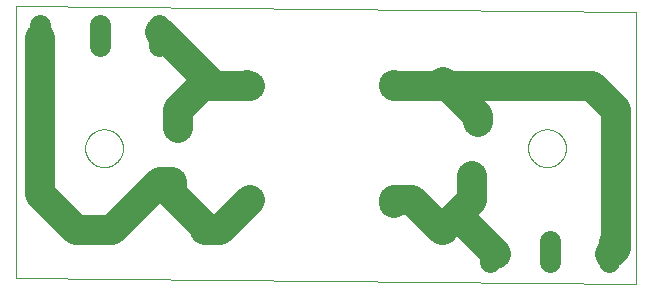
<source format=gbl>
G75*
%MOIN*%
%OFA0B0*%
%FSLAX25Y25*%
%IPPOS*%
%LPD*%
%AMOC8*
5,1,8,0,0,1.08239X$1,22.5*
%
%ADD10C,0.00000*%
%ADD11C,0.10000*%
%ADD12OC8,0.06300*%
%ADD13C,0.07050*%
%ADD14C,0.10000*%
D10*
X0002816Y0009005D02*
X0002816Y0099556D01*
X0209509Y0097556D01*
X0209509Y0007005D01*
X0002816Y0009005D01*
X0026044Y0052280D02*
X0026046Y0052438D01*
X0026052Y0052596D01*
X0026062Y0052754D01*
X0026076Y0052912D01*
X0026094Y0053069D01*
X0026115Y0053226D01*
X0026141Y0053382D01*
X0026171Y0053538D01*
X0026204Y0053693D01*
X0026242Y0053846D01*
X0026283Y0053999D01*
X0026328Y0054151D01*
X0026377Y0054302D01*
X0026430Y0054451D01*
X0026486Y0054599D01*
X0026546Y0054745D01*
X0026610Y0054890D01*
X0026678Y0055033D01*
X0026749Y0055175D01*
X0026823Y0055315D01*
X0026901Y0055452D01*
X0026983Y0055588D01*
X0027067Y0055722D01*
X0027156Y0055853D01*
X0027247Y0055982D01*
X0027342Y0056109D01*
X0027439Y0056234D01*
X0027540Y0056356D01*
X0027644Y0056475D01*
X0027751Y0056592D01*
X0027861Y0056706D01*
X0027974Y0056817D01*
X0028089Y0056926D01*
X0028207Y0057031D01*
X0028328Y0057133D01*
X0028451Y0057233D01*
X0028577Y0057329D01*
X0028705Y0057422D01*
X0028835Y0057512D01*
X0028968Y0057598D01*
X0029103Y0057682D01*
X0029239Y0057761D01*
X0029378Y0057838D01*
X0029519Y0057910D01*
X0029661Y0057980D01*
X0029805Y0058045D01*
X0029951Y0058107D01*
X0030098Y0058165D01*
X0030247Y0058220D01*
X0030397Y0058271D01*
X0030548Y0058318D01*
X0030700Y0058361D01*
X0030853Y0058400D01*
X0031008Y0058436D01*
X0031163Y0058467D01*
X0031319Y0058495D01*
X0031475Y0058519D01*
X0031632Y0058539D01*
X0031790Y0058555D01*
X0031947Y0058567D01*
X0032106Y0058575D01*
X0032264Y0058579D01*
X0032422Y0058579D01*
X0032580Y0058575D01*
X0032739Y0058567D01*
X0032896Y0058555D01*
X0033054Y0058539D01*
X0033211Y0058519D01*
X0033367Y0058495D01*
X0033523Y0058467D01*
X0033678Y0058436D01*
X0033833Y0058400D01*
X0033986Y0058361D01*
X0034138Y0058318D01*
X0034289Y0058271D01*
X0034439Y0058220D01*
X0034588Y0058165D01*
X0034735Y0058107D01*
X0034881Y0058045D01*
X0035025Y0057980D01*
X0035167Y0057910D01*
X0035308Y0057838D01*
X0035447Y0057761D01*
X0035583Y0057682D01*
X0035718Y0057598D01*
X0035851Y0057512D01*
X0035981Y0057422D01*
X0036109Y0057329D01*
X0036235Y0057233D01*
X0036358Y0057133D01*
X0036479Y0057031D01*
X0036597Y0056926D01*
X0036712Y0056817D01*
X0036825Y0056706D01*
X0036935Y0056592D01*
X0037042Y0056475D01*
X0037146Y0056356D01*
X0037247Y0056234D01*
X0037344Y0056109D01*
X0037439Y0055982D01*
X0037530Y0055853D01*
X0037619Y0055722D01*
X0037703Y0055588D01*
X0037785Y0055452D01*
X0037863Y0055315D01*
X0037937Y0055175D01*
X0038008Y0055033D01*
X0038076Y0054890D01*
X0038140Y0054745D01*
X0038200Y0054599D01*
X0038256Y0054451D01*
X0038309Y0054302D01*
X0038358Y0054151D01*
X0038403Y0053999D01*
X0038444Y0053846D01*
X0038482Y0053693D01*
X0038515Y0053538D01*
X0038545Y0053382D01*
X0038571Y0053226D01*
X0038592Y0053069D01*
X0038610Y0052912D01*
X0038624Y0052754D01*
X0038634Y0052596D01*
X0038640Y0052438D01*
X0038642Y0052280D01*
X0038640Y0052122D01*
X0038634Y0051964D01*
X0038624Y0051806D01*
X0038610Y0051648D01*
X0038592Y0051491D01*
X0038571Y0051334D01*
X0038545Y0051178D01*
X0038515Y0051022D01*
X0038482Y0050867D01*
X0038444Y0050714D01*
X0038403Y0050561D01*
X0038358Y0050409D01*
X0038309Y0050258D01*
X0038256Y0050109D01*
X0038200Y0049961D01*
X0038140Y0049815D01*
X0038076Y0049670D01*
X0038008Y0049527D01*
X0037937Y0049385D01*
X0037863Y0049245D01*
X0037785Y0049108D01*
X0037703Y0048972D01*
X0037619Y0048838D01*
X0037530Y0048707D01*
X0037439Y0048578D01*
X0037344Y0048451D01*
X0037247Y0048326D01*
X0037146Y0048204D01*
X0037042Y0048085D01*
X0036935Y0047968D01*
X0036825Y0047854D01*
X0036712Y0047743D01*
X0036597Y0047634D01*
X0036479Y0047529D01*
X0036358Y0047427D01*
X0036235Y0047327D01*
X0036109Y0047231D01*
X0035981Y0047138D01*
X0035851Y0047048D01*
X0035718Y0046962D01*
X0035583Y0046878D01*
X0035447Y0046799D01*
X0035308Y0046722D01*
X0035167Y0046650D01*
X0035025Y0046580D01*
X0034881Y0046515D01*
X0034735Y0046453D01*
X0034588Y0046395D01*
X0034439Y0046340D01*
X0034289Y0046289D01*
X0034138Y0046242D01*
X0033986Y0046199D01*
X0033833Y0046160D01*
X0033678Y0046124D01*
X0033523Y0046093D01*
X0033367Y0046065D01*
X0033211Y0046041D01*
X0033054Y0046021D01*
X0032896Y0046005D01*
X0032739Y0045993D01*
X0032580Y0045985D01*
X0032422Y0045981D01*
X0032264Y0045981D01*
X0032106Y0045985D01*
X0031947Y0045993D01*
X0031790Y0046005D01*
X0031632Y0046021D01*
X0031475Y0046041D01*
X0031319Y0046065D01*
X0031163Y0046093D01*
X0031008Y0046124D01*
X0030853Y0046160D01*
X0030700Y0046199D01*
X0030548Y0046242D01*
X0030397Y0046289D01*
X0030247Y0046340D01*
X0030098Y0046395D01*
X0029951Y0046453D01*
X0029805Y0046515D01*
X0029661Y0046580D01*
X0029519Y0046650D01*
X0029378Y0046722D01*
X0029239Y0046799D01*
X0029103Y0046878D01*
X0028968Y0046962D01*
X0028835Y0047048D01*
X0028705Y0047138D01*
X0028577Y0047231D01*
X0028451Y0047327D01*
X0028328Y0047427D01*
X0028207Y0047529D01*
X0028089Y0047634D01*
X0027974Y0047743D01*
X0027861Y0047854D01*
X0027751Y0047968D01*
X0027644Y0048085D01*
X0027540Y0048204D01*
X0027439Y0048326D01*
X0027342Y0048451D01*
X0027247Y0048578D01*
X0027156Y0048707D01*
X0027067Y0048838D01*
X0026983Y0048972D01*
X0026901Y0049108D01*
X0026823Y0049245D01*
X0026749Y0049385D01*
X0026678Y0049527D01*
X0026610Y0049670D01*
X0026546Y0049815D01*
X0026486Y0049961D01*
X0026430Y0050109D01*
X0026377Y0050258D01*
X0026328Y0050409D01*
X0026283Y0050561D01*
X0026242Y0050714D01*
X0026204Y0050867D01*
X0026171Y0051022D01*
X0026141Y0051178D01*
X0026115Y0051334D01*
X0026094Y0051491D01*
X0026076Y0051648D01*
X0026062Y0051806D01*
X0026052Y0051964D01*
X0026046Y0052122D01*
X0026044Y0052280D01*
X0173682Y0052280D02*
X0173684Y0052438D01*
X0173690Y0052596D01*
X0173700Y0052754D01*
X0173714Y0052912D01*
X0173732Y0053069D01*
X0173753Y0053226D01*
X0173779Y0053382D01*
X0173809Y0053538D01*
X0173842Y0053693D01*
X0173880Y0053846D01*
X0173921Y0053999D01*
X0173966Y0054151D01*
X0174015Y0054302D01*
X0174068Y0054451D01*
X0174124Y0054599D01*
X0174184Y0054745D01*
X0174248Y0054890D01*
X0174316Y0055033D01*
X0174387Y0055175D01*
X0174461Y0055315D01*
X0174539Y0055452D01*
X0174621Y0055588D01*
X0174705Y0055722D01*
X0174794Y0055853D01*
X0174885Y0055982D01*
X0174980Y0056109D01*
X0175077Y0056234D01*
X0175178Y0056356D01*
X0175282Y0056475D01*
X0175389Y0056592D01*
X0175499Y0056706D01*
X0175612Y0056817D01*
X0175727Y0056926D01*
X0175845Y0057031D01*
X0175966Y0057133D01*
X0176089Y0057233D01*
X0176215Y0057329D01*
X0176343Y0057422D01*
X0176473Y0057512D01*
X0176606Y0057598D01*
X0176741Y0057682D01*
X0176877Y0057761D01*
X0177016Y0057838D01*
X0177157Y0057910D01*
X0177299Y0057980D01*
X0177443Y0058045D01*
X0177589Y0058107D01*
X0177736Y0058165D01*
X0177885Y0058220D01*
X0178035Y0058271D01*
X0178186Y0058318D01*
X0178338Y0058361D01*
X0178491Y0058400D01*
X0178646Y0058436D01*
X0178801Y0058467D01*
X0178957Y0058495D01*
X0179113Y0058519D01*
X0179270Y0058539D01*
X0179428Y0058555D01*
X0179585Y0058567D01*
X0179744Y0058575D01*
X0179902Y0058579D01*
X0180060Y0058579D01*
X0180218Y0058575D01*
X0180377Y0058567D01*
X0180534Y0058555D01*
X0180692Y0058539D01*
X0180849Y0058519D01*
X0181005Y0058495D01*
X0181161Y0058467D01*
X0181316Y0058436D01*
X0181471Y0058400D01*
X0181624Y0058361D01*
X0181776Y0058318D01*
X0181927Y0058271D01*
X0182077Y0058220D01*
X0182226Y0058165D01*
X0182373Y0058107D01*
X0182519Y0058045D01*
X0182663Y0057980D01*
X0182805Y0057910D01*
X0182946Y0057838D01*
X0183085Y0057761D01*
X0183221Y0057682D01*
X0183356Y0057598D01*
X0183489Y0057512D01*
X0183619Y0057422D01*
X0183747Y0057329D01*
X0183873Y0057233D01*
X0183996Y0057133D01*
X0184117Y0057031D01*
X0184235Y0056926D01*
X0184350Y0056817D01*
X0184463Y0056706D01*
X0184573Y0056592D01*
X0184680Y0056475D01*
X0184784Y0056356D01*
X0184885Y0056234D01*
X0184982Y0056109D01*
X0185077Y0055982D01*
X0185168Y0055853D01*
X0185257Y0055722D01*
X0185341Y0055588D01*
X0185423Y0055452D01*
X0185501Y0055315D01*
X0185575Y0055175D01*
X0185646Y0055033D01*
X0185714Y0054890D01*
X0185778Y0054745D01*
X0185838Y0054599D01*
X0185894Y0054451D01*
X0185947Y0054302D01*
X0185996Y0054151D01*
X0186041Y0053999D01*
X0186082Y0053846D01*
X0186120Y0053693D01*
X0186153Y0053538D01*
X0186183Y0053382D01*
X0186209Y0053226D01*
X0186230Y0053069D01*
X0186248Y0052912D01*
X0186262Y0052754D01*
X0186272Y0052596D01*
X0186278Y0052438D01*
X0186280Y0052280D01*
X0186278Y0052122D01*
X0186272Y0051964D01*
X0186262Y0051806D01*
X0186248Y0051648D01*
X0186230Y0051491D01*
X0186209Y0051334D01*
X0186183Y0051178D01*
X0186153Y0051022D01*
X0186120Y0050867D01*
X0186082Y0050714D01*
X0186041Y0050561D01*
X0185996Y0050409D01*
X0185947Y0050258D01*
X0185894Y0050109D01*
X0185838Y0049961D01*
X0185778Y0049815D01*
X0185714Y0049670D01*
X0185646Y0049527D01*
X0185575Y0049385D01*
X0185501Y0049245D01*
X0185423Y0049108D01*
X0185341Y0048972D01*
X0185257Y0048838D01*
X0185168Y0048707D01*
X0185077Y0048578D01*
X0184982Y0048451D01*
X0184885Y0048326D01*
X0184784Y0048204D01*
X0184680Y0048085D01*
X0184573Y0047968D01*
X0184463Y0047854D01*
X0184350Y0047743D01*
X0184235Y0047634D01*
X0184117Y0047529D01*
X0183996Y0047427D01*
X0183873Y0047327D01*
X0183747Y0047231D01*
X0183619Y0047138D01*
X0183489Y0047048D01*
X0183356Y0046962D01*
X0183221Y0046878D01*
X0183085Y0046799D01*
X0182946Y0046722D01*
X0182805Y0046650D01*
X0182663Y0046580D01*
X0182519Y0046515D01*
X0182373Y0046453D01*
X0182226Y0046395D01*
X0182077Y0046340D01*
X0181927Y0046289D01*
X0181776Y0046242D01*
X0181624Y0046199D01*
X0181471Y0046160D01*
X0181316Y0046124D01*
X0181161Y0046093D01*
X0181005Y0046065D01*
X0180849Y0046041D01*
X0180692Y0046021D01*
X0180534Y0046005D01*
X0180377Y0045993D01*
X0180218Y0045985D01*
X0180060Y0045981D01*
X0179902Y0045981D01*
X0179744Y0045985D01*
X0179585Y0045993D01*
X0179428Y0046005D01*
X0179270Y0046021D01*
X0179113Y0046041D01*
X0178957Y0046065D01*
X0178801Y0046093D01*
X0178646Y0046124D01*
X0178491Y0046160D01*
X0178338Y0046199D01*
X0178186Y0046242D01*
X0178035Y0046289D01*
X0177885Y0046340D01*
X0177736Y0046395D01*
X0177589Y0046453D01*
X0177443Y0046515D01*
X0177299Y0046580D01*
X0177157Y0046650D01*
X0177016Y0046722D01*
X0176877Y0046799D01*
X0176741Y0046878D01*
X0176606Y0046962D01*
X0176473Y0047048D01*
X0176343Y0047138D01*
X0176215Y0047231D01*
X0176089Y0047327D01*
X0175966Y0047427D01*
X0175845Y0047529D01*
X0175727Y0047634D01*
X0175612Y0047743D01*
X0175499Y0047854D01*
X0175389Y0047968D01*
X0175282Y0048085D01*
X0175178Y0048204D01*
X0175077Y0048326D01*
X0174980Y0048451D01*
X0174885Y0048578D01*
X0174794Y0048707D01*
X0174705Y0048838D01*
X0174621Y0048972D01*
X0174539Y0049108D01*
X0174461Y0049245D01*
X0174387Y0049385D01*
X0174316Y0049527D01*
X0174248Y0049670D01*
X0174184Y0049815D01*
X0174124Y0049961D01*
X0174068Y0050109D01*
X0174015Y0050258D01*
X0173966Y0050409D01*
X0173921Y0050561D01*
X0173880Y0050714D01*
X0173842Y0050867D01*
X0173809Y0051022D01*
X0173779Y0051178D01*
X0173753Y0051334D01*
X0173732Y0051491D01*
X0173714Y0051648D01*
X0173700Y0051806D01*
X0173690Y0051964D01*
X0173684Y0052122D01*
X0173682Y0052280D01*
D11*
X0145257Y0074209D03*
X0129076Y0073304D03*
X0079863Y0073304D03*
X0066123Y0074209D03*
X0079863Y0033934D03*
X0066123Y0024997D03*
X0129076Y0033934D03*
X0145257Y0024997D03*
D12*
X0155178Y0042044D03*
X0155178Y0062044D03*
X0055965Y0060312D03*
X0055965Y0040312D03*
D13*
X0050501Y0086432D02*
X0050501Y0093482D01*
X0030816Y0093482D02*
X0030816Y0086432D01*
X0011131Y0086432D02*
X0011131Y0093482D01*
X0161131Y0021325D02*
X0161131Y0014275D01*
X0180816Y0014275D02*
X0180816Y0021325D01*
X0200501Y0021325D02*
X0200501Y0014275D01*
D14*
X0200816Y0016879D02*
X0202816Y0018879D01*
X0202816Y0064879D01*
X0194816Y0072879D01*
X0146816Y0072879D01*
X0156816Y0062879D01*
X0156816Y0060879D01*
X0146816Y0072879D02*
X0128816Y0072879D01*
X0080816Y0072879D02*
X0066816Y0072879D01*
X0064816Y0074879D01*
X0066816Y0074879D02*
X0056816Y0064879D01*
X0056816Y0058879D01*
X0066816Y0074879D02*
X0050816Y0090879D01*
X0010816Y0088879D02*
X0010816Y0036879D01*
X0022816Y0024879D01*
X0034816Y0024879D01*
X0050816Y0040879D01*
X0054816Y0040879D01*
X0054816Y0036879D01*
X0066816Y0024879D01*
X0070816Y0024879D01*
X0080816Y0034879D01*
X0128816Y0034879D02*
X0134816Y0034879D01*
X0144816Y0024879D01*
X0154816Y0034879D01*
X0154816Y0042879D01*
X0150816Y0028879D02*
X0162816Y0016879D01*
M02*

</source>
